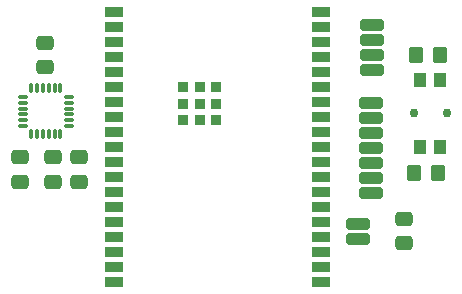
<source format=gbr>
%TF.GenerationSoftware,KiCad,Pcbnew,7.0.5*%
%TF.CreationDate,2025-01-26T16:56:51+00:00*%
%TF.ProjectId,smartwatch,736d6172-7477-4617-9463-682e6b696361,rev?*%
%TF.SameCoordinates,Original*%
%TF.FileFunction,Soldermask,Top*%
%TF.FilePolarity,Negative*%
%FSLAX46Y46*%
G04 Gerber Fmt 4.6, Leading zero omitted, Abs format (unit mm)*
G04 Created by KiCad (PCBNEW 7.0.5) date 2025-01-26 16:56:51*
%MOMM*%
%LPD*%
G01*
G04 APERTURE LIST*
G04 Aperture macros list*
%AMRoundRect*
0 Rectangle with rounded corners*
0 $1 Rounding radius*
0 $2 $3 $4 $5 $6 $7 $8 $9 X,Y pos of 4 corners*
0 Add a 4 corners polygon primitive as box body*
4,1,4,$2,$3,$4,$5,$6,$7,$8,$9,$2,$3,0*
0 Add four circle primitives for the rounded corners*
1,1,$1+$1,$2,$3*
1,1,$1+$1,$4,$5*
1,1,$1+$1,$6,$7*
1,1,$1+$1,$8,$9*
0 Add four rect primitives between the rounded corners*
20,1,$1+$1,$2,$3,$4,$5,0*
20,1,$1+$1,$4,$5,$6,$7,0*
20,1,$1+$1,$6,$7,$8,$9,0*
20,1,$1+$1,$8,$9,$2,$3,0*%
G04 Aperture macros list end*
%ADD10RoundRect,0.250000X0.350000X0.450000X-0.350000X0.450000X-0.350000X-0.450000X0.350000X-0.450000X0*%
%ADD11RoundRect,0.250000X0.750000X-0.250000X0.750000X0.250000X-0.750000X0.250000X-0.750000X-0.250000X0*%
%ADD12RoundRect,0.250000X0.475000X-0.337500X0.475000X0.337500X-0.475000X0.337500X-0.475000X-0.337500X0*%
%ADD13RoundRect,0.075000X-0.075000X0.350000X-0.075000X-0.350000X0.075000X-0.350000X0.075000X0.350000X0*%
%ADD14RoundRect,0.075000X-0.350000X-0.075000X0.350000X-0.075000X0.350000X0.075000X-0.350000X0.075000X0*%
%ADD15RoundRect,0.250000X-0.475000X0.337500X-0.475000X-0.337500X0.475000X-0.337500X0.475000X0.337500X0*%
%ADD16R,1.500000X0.900000*%
%ADD17R,0.900000X0.900000*%
%ADD18C,0.750000*%
%ADD19R,1.000000X1.200000*%
%ADD20RoundRect,0.250000X-0.750000X0.250000X-0.750000X-0.250000X0.750000X-0.250000X0.750000X0.250000X0*%
G04 APERTURE END LIST*
D10*
%TO.C,R4*%
X63440000Y-37670000D03*
X61440000Y-37670000D03*
%TD*%
D11*
%TO.C,J5*%
X57740000Y-38940000D03*
X57740000Y-37680000D03*
X57740000Y-36405000D03*
X57740000Y-35140000D03*
%TD*%
D12*
%TO.C,C13*%
X60430000Y-53565000D03*
X60430000Y-51490000D03*
%TD*%
D13*
%TO.C,U3*%
X31330000Y-40470000D03*
X30830000Y-40470000D03*
X30330000Y-40470000D03*
X29830000Y-40470000D03*
X29330000Y-40470000D03*
X28830000Y-40470000D03*
D14*
X28130000Y-41170000D03*
X28130000Y-41670000D03*
X28130000Y-42170000D03*
X28130000Y-42670000D03*
X28130000Y-43170000D03*
X28130000Y-43670000D03*
D13*
X28830000Y-44370000D03*
X29330000Y-44370000D03*
X29830000Y-44370000D03*
X30330000Y-44370000D03*
X30830000Y-44370000D03*
X31330000Y-44370000D03*
D14*
X32030000Y-43670000D03*
X32030000Y-43170000D03*
X32030000Y-42670000D03*
X32030000Y-42170000D03*
X32030000Y-41670000D03*
X32030000Y-41170000D03*
%TD*%
D11*
%TO.C,J6*%
X56520000Y-53205000D03*
X56520000Y-51945000D03*
%TD*%
D10*
%TO.C,R5*%
X63300000Y-47610000D03*
X61300000Y-47610000D03*
%TD*%
D15*
%TO.C,C6*%
X32930000Y-46312500D03*
X32930000Y-48387500D03*
%TD*%
%TO.C,C7*%
X27870000Y-46300000D03*
X27870000Y-48375000D03*
%TD*%
D16*
%TO.C,U1*%
X35870000Y-33970000D03*
X35870000Y-35240000D03*
X35870000Y-36510000D03*
X35870000Y-37780000D03*
X35870000Y-39050000D03*
X35870000Y-40320000D03*
X35870000Y-41590000D03*
X35870000Y-42860000D03*
X35870000Y-44130000D03*
X35870000Y-45400000D03*
X35870000Y-46670000D03*
X35870000Y-47940000D03*
X35870000Y-49210000D03*
X35870000Y-50480000D03*
X35870000Y-51750000D03*
X35870000Y-53020000D03*
X35870000Y-54290000D03*
X35870000Y-55560000D03*
X35870000Y-56830000D03*
X53370000Y-56830000D03*
X53370000Y-55560000D03*
X53370000Y-54290000D03*
X53370000Y-53020000D03*
X53370000Y-51750000D03*
X53370000Y-50480000D03*
X53370000Y-49210000D03*
X53370000Y-47940000D03*
X53370000Y-46670000D03*
X53370000Y-45400000D03*
X53370000Y-44130000D03*
X53370000Y-42860000D03*
X53370000Y-41590000D03*
X53370000Y-40320000D03*
X53370000Y-39050000D03*
X53370000Y-37780000D03*
X53370000Y-36510000D03*
X53370000Y-35240000D03*
X53370000Y-33970000D03*
D17*
X41715000Y-40365000D03*
X41720000Y-41765000D03*
X41720000Y-43165000D03*
X43120000Y-40365000D03*
X43120000Y-41765000D03*
X43120000Y-43165000D03*
X44520000Y-40365000D03*
X44520000Y-41765000D03*
X44520000Y-43165000D03*
%TD*%
D12*
%TO.C,C8*%
X30000000Y-38695000D03*
X30000000Y-36620000D03*
%TD*%
D18*
%TO.C,SW1*%
X61275000Y-42590000D03*
X64025000Y-42590000D03*
D19*
X61800000Y-45390000D03*
X61800000Y-39790000D03*
X63500000Y-45390000D03*
X63500000Y-39790000D03*
%TD*%
D20*
%TO.C,J4*%
X57640000Y-41680000D03*
X57640000Y-42940000D03*
X57640000Y-44215000D03*
X57640000Y-45480000D03*
X57640000Y-46760000D03*
X57640000Y-48025000D03*
X57640000Y-49295000D03*
%TD*%
D15*
%TO.C,C5*%
X30730000Y-46300000D03*
X30730000Y-48375000D03*
%TD*%
M02*

</source>
